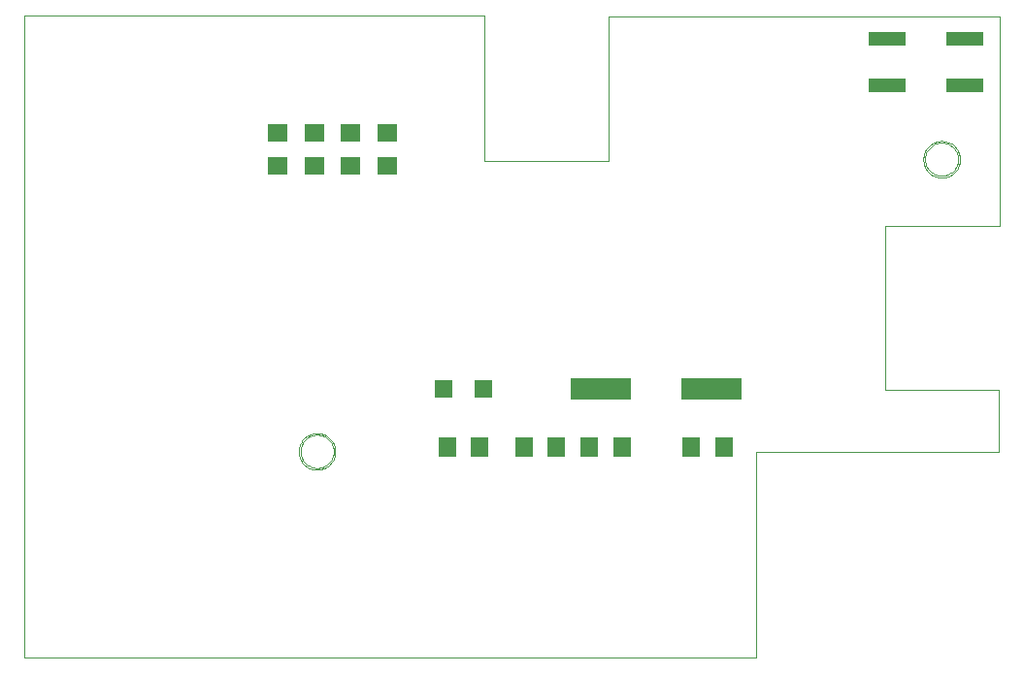
<source format=gtp>
G75*
G70*
%OFA0B0*%
%FSLAX24Y24*%
%IPPOS*%
%LPD*%
%AMOC8*
5,1,8,0,0,1.08239X$1,22.5*
%
%ADD10C,0.0000*%
%ADD11R,0.2100X0.0760*%
%ADD12R,0.0630X0.0710*%
%ADD13R,0.0710X0.0630*%
%ADD14R,0.1260X0.0472*%
%ADD15R,0.0591X0.0591*%
D10*
X006000Y000950D02*
X006010Y023030D01*
X021810Y023030D01*
X021810Y018030D01*
X026060Y018030D01*
X026060Y022980D01*
X039500Y022990D01*
X039500Y015810D01*
X035560Y015810D01*
X035560Y010170D01*
X039460Y010170D01*
X039460Y008040D01*
X031120Y008040D01*
X031120Y000950D01*
X031120Y000948D02*
X006001Y000950D01*
X015418Y008043D02*
X015420Y008093D01*
X015426Y008143D01*
X015436Y008192D01*
X015450Y008240D01*
X015467Y008287D01*
X015488Y008332D01*
X015513Y008376D01*
X015541Y008417D01*
X015573Y008456D01*
X015607Y008493D01*
X015644Y008527D01*
X015684Y008557D01*
X015726Y008584D01*
X015770Y008608D01*
X015816Y008629D01*
X015863Y008645D01*
X015911Y008658D01*
X015961Y008667D01*
X016010Y008672D01*
X016061Y008673D01*
X016111Y008670D01*
X016160Y008663D01*
X016209Y008652D01*
X016257Y008637D01*
X016303Y008619D01*
X016348Y008597D01*
X016391Y008571D01*
X016432Y008542D01*
X016471Y008510D01*
X016507Y008475D01*
X016539Y008437D01*
X016569Y008397D01*
X016596Y008354D01*
X016619Y008310D01*
X016638Y008264D01*
X016654Y008216D01*
X016666Y008167D01*
X016674Y008118D01*
X016678Y008068D01*
X016678Y008018D01*
X016674Y007968D01*
X016666Y007919D01*
X016654Y007870D01*
X016638Y007822D01*
X016619Y007776D01*
X016596Y007732D01*
X016569Y007689D01*
X016539Y007649D01*
X016507Y007611D01*
X016471Y007576D01*
X016432Y007544D01*
X016391Y007515D01*
X016348Y007489D01*
X016303Y007467D01*
X016257Y007449D01*
X016209Y007434D01*
X016160Y007423D01*
X016111Y007416D01*
X016061Y007413D01*
X016010Y007414D01*
X015961Y007419D01*
X015911Y007428D01*
X015863Y007441D01*
X015816Y007457D01*
X015770Y007478D01*
X015726Y007502D01*
X015684Y007529D01*
X015644Y007559D01*
X015607Y007593D01*
X015573Y007630D01*
X015541Y007669D01*
X015513Y007710D01*
X015488Y007754D01*
X015467Y007799D01*
X015450Y007846D01*
X015436Y007894D01*
X015426Y007943D01*
X015420Y007993D01*
X015418Y008043D01*
X015484Y008048D02*
X015486Y008095D01*
X015492Y008142D01*
X015501Y008188D01*
X015515Y008233D01*
X015532Y008277D01*
X015553Y008320D01*
X015577Y008360D01*
X015604Y008399D01*
X015635Y008435D01*
X015668Y008468D01*
X015704Y008499D01*
X015743Y008526D01*
X015783Y008550D01*
X015826Y008571D01*
X015870Y008588D01*
X015915Y008602D01*
X015961Y008611D01*
X016008Y008617D01*
X016055Y008619D01*
X016102Y008617D01*
X016149Y008611D01*
X016195Y008602D01*
X016240Y008588D01*
X016284Y008571D01*
X016327Y008550D01*
X016367Y008526D01*
X016406Y008499D01*
X016442Y008468D01*
X016475Y008435D01*
X016506Y008399D01*
X016533Y008360D01*
X016557Y008320D01*
X016578Y008277D01*
X016595Y008233D01*
X016609Y008188D01*
X016618Y008142D01*
X016624Y008095D01*
X016626Y008048D01*
X016624Y008001D01*
X016618Y007954D01*
X016609Y007908D01*
X016595Y007863D01*
X016578Y007819D01*
X016557Y007776D01*
X016533Y007736D01*
X016506Y007697D01*
X016475Y007661D01*
X016442Y007628D01*
X016406Y007597D01*
X016367Y007570D01*
X016327Y007546D01*
X016284Y007525D01*
X016240Y007508D01*
X016195Y007494D01*
X016149Y007485D01*
X016102Y007479D01*
X016055Y007477D01*
X016008Y007479D01*
X015961Y007485D01*
X015915Y007494D01*
X015870Y007508D01*
X015826Y007525D01*
X015783Y007546D01*
X015743Y007570D01*
X015704Y007597D01*
X015668Y007628D01*
X015635Y007661D01*
X015604Y007697D01*
X015577Y007736D01*
X015553Y007776D01*
X015532Y007819D01*
X015515Y007863D01*
X015501Y007908D01*
X015492Y007954D01*
X015486Y008001D01*
X015484Y008048D01*
X036929Y018091D02*
X036931Y018138D01*
X036937Y018185D01*
X036946Y018231D01*
X036960Y018276D01*
X036977Y018320D01*
X036998Y018363D01*
X037022Y018403D01*
X037049Y018442D01*
X037080Y018478D01*
X037113Y018511D01*
X037149Y018542D01*
X037188Y018569D01*
X037228Y018593D01*
X037271Y018614D01*
X037315Y018631D01*
X037360Y018645D01*
X037406Y018654D01*
X037453Y018660D01*
X037500Y018662D01*
X037547Y018660D01*
X037594Y018654D01*
X037640Y018645D01*
X037685Y018631D01*
X037729Y018614D01*
X037772Y018593D01*
X037812Y018569D01*
X037851Y018542D01*
X037887Y018511D01*
X037920Y018478D01*
X037951Y018442D01*
X037978Y018403D01*
X038002Y018363D01*
X038023Y018320D01*
X038040Y018276D01*
X038054Y018231D01*
X038063Y018185D01*
X038069Y018138D01*
X038071Y018091D01*
X038069Y018044D01*
X038063Y017997D01*
X038054Y017951D01*
X038040Y017906D01*
X038023Y017862D01*
X038002Y017819D01*
X037978Y017779D01*
X037951Y017740D01*
X037920Y017704D01*
X037887Y017671D01*
X037851Y017640D01*
X037812Y017613D01*
X037772Y017589D01*
X037729Y017568D01*
X037685Y017551D01*
X037640Y017537D01*
X037594Y017528D01*
X037547Y017522D01*
X037500Y017520D01*
X037453Y017522D01*
X037406Y017528D01*
X037360Y017537D01*
X037315Y017551D01*
X037271Y017568D01*
X037228Y017589D01*
X037188Y017613D01*
X037149Y017640D01*
X037113Y017671D01*
X037080Y017704D01*
X037049Y017740D01*
X037022Y017779D01*
X036998Y017819D01*
X036977Y017862D01*
X036960Y017906D01*
X036946Y017951D01*
X036937Y017997D01*
X036931Y018044D01*
X036929Y018091D01*
X036873Y018085D02*
X036875Y018135D01*
X036881Y018185D01*
X036891Y018234D01*
X036905Y018282D01*
X036922Y018329D01*
X036943Y018374D01*
X036968Y018418D01*
X036996Y018459D01*
X037028Y018498D01*
X037062Y018535D01*
X037099Y018569D01*
X037139Y018599D01*
X037181Y018626D01*
X037225Y018650D01*
X037271Y018671D01*
X037318Y018687D01*
X037366Y018700D01*
X037416Y018709D01*
X037465Y018714D01*
X037516Y018715D01*
X037566Y018712D01*
X037615Y018705D01*
X037664Y018694D01*
X037712Y018679D01*
X037758Y018661D01*
X037803Y018639D01*
X037846Y018613D01*
X037887Y018584D01*
X037926Y018552D01*
X037962Y018517D01*
X037994Y018479D01*
X038024Y018439D01*
X038051Y018396D01*
X038074Y018352D01*
X038093Y018306D01*
X038109Y018258D01*
X038121Y018209D01*
X038129Y018160D01*
X038133Y018110D01*
X038133Y018060D01*
X038129Y018010D01*
X038121Y017961D01*
X038109Y017912D01*
X038093Y017864D01*
X038074Y017818D01*
X038051Y017774D01*
X038024Y017731D01*
X037994Y017691D01*
X037962Y017653D01*
X037926Y017618D01*
X037887Y017586D01*
X037846Y017557D01*
X037803Y017531D01*
X037758Y017509D01*
X037712Y017491D01*
X037664Y017476D01*
X037615Y017465D01*
X037566Y017458D01*
X037516Y017455D01*
X037465Y017456D01*
X037416Y017461D01*
X037366Y017470D01*
X037318Y017483D01*
X037271Y017499D01*
X037225Y017520D01*
X037181Y017544D01*
X037139Y017571D01*
X037099Y017601D01*
X037062Y017635D01*
X037028Y017672D01*
X036996Y017711D01*
X036968Y017752D01*
X036943Y017796D01*
X036922Y017841D01*
X036905Y017888D01*
X036891Y017936D01*
X036881Y017985D01*
X036875Y018035D01*
X036873Y018085D01*
D11*
X029610Y010180D03*
X025810Y010180D03*
D12*
X025400Y008180D03*
X026520Y008180D03*
X028900Y008180D03*
X030020Y008180D03*
X024270Y008180D03*
X023150Y008180D03*
X021645Y008180D03*
X020525Y008180D03*
D13*
X018460Y017870D03*
X017210Y017870D03*
X015960Y017870D03*
X014710Y017870D03*
X014710Y018990D03*
X015960Y018990D03*
X017210Y018990D03*
X018460Y018990D03*
D14*
X035622Y020643D03*
X035622Y022217D03*
X038299Y022217D03*
X038299Y020643D03*
D15*
X021774Y010180D03*
X020396Y010180D03*
M02*

</source>
